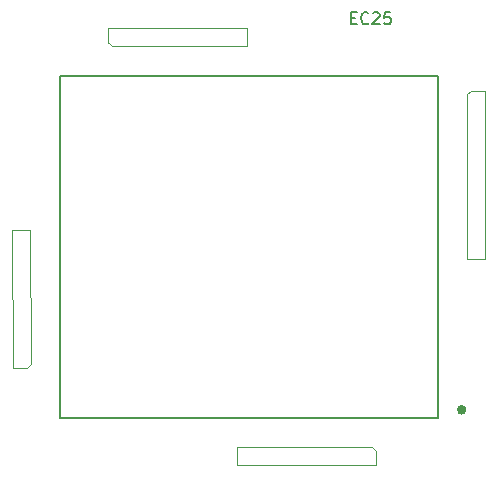
<source format=gbr>
G04 #@! TF.GenerationSoftware,KiCad,Pcbnew,8.0.0-rc1*
G04 #@! TF.CreationDate,2024-10-05T12:40:09+03:00*
G04 #@! TF.ProjectId,EC25_module,45433235-5f6d-46f6-9475-6c652e6b6963,rev?*
G04 #@! TF.SameCoordinates,Original*
G04 #@! TF.FileFunction,AssemblyDrawing,Top*
%FSLAX46Y46*%
G04 Gerber Fmt 4.6, Leading zero omitted, Abs format (unit mm)*
G04 Created by KiCad (PCBNEW 8.0.0-rc1) date 2024-10-05 12:40:09*
%MOMM*%
%LPD*%
G01*
G04 APERTURE LIST*
%ADD10C,0.150000*%
%ADD11C,0.100000*%
%ADD12C,0.127000*%
%ADD13C,0.400000*%
G04 APERTURE END LIST*
D10*
X135038333Y-76646009D02*
X135371666Y-76646009D01*
X135514523Y-77169819D02*
X135038333Y-77169819D01*
X135038333Y-77169819D02*
X135038333Y-76169819D01*
X135038333Y-76169819D02*
X135514523Y-76169819D01*
X136514523Y-77074580D02*
X136466904Y-77122200D01*
X136466904Y-77122200D02*
X136324047Y-77169819D01*
X136324047Y-77169819D02*
X136228809Y-77169819D01*
X136228809Y-77169819D02*
X136085952Y-77122200D01*
X136085952Y-77122200D02*
X135990714Y-77026961D01*
X135990714Y-77026961D02*
X135943095Y-76931723D01*
X135943095Y-76931723D02*
X135895476Y-76741247D01*
X135895476Y-76741247D02*
X135895476Y-76598390D01*
X135895476Y-76598390D02*
X135943095Y-76407914D01*
X135943095Y-76407914D02*
X135990714Y-76312676D01*
X135990714Y-76312676D02*
X136085952Y-76217438D01*
X136085952Y-76217438D02*
X136228809Y-76169819D01*
X136228809Y-76169819D02*
X136324047Y-76169819D01*
X136324047Y-76169819D02*
X136466904Y-76217438D01*
X136466904Y-76217438D02*
X136514523Y-76265057D01*
X136895476Y-76265057D02*
X136943095Y-76217438D01*
X136943095Y-76217438D02*
X137038333Y-76169819D01*
X137038333Y-76169819D02*
X137276428Y-76169819D01*
X137276428Y-76169819D02*
X137371666Y-76217438D01*
X137371666Y-76217438D02*
X137419285Y-76265057D01*
X137419285Y-76265057D02*
X137466904Y-76360295D01*
X137466904Y-76360295D02*
X137466904Y-76455533D01*
X137466904Y-76455533D02*
X137419285Y-76598390D01*
X137419285Y-76598390D02*
X136847857Y-77169819D01*
X136847857Y-77169819D02*
X137466904Y-77169819D01*
X138371666Y-76169819D02*
X137895476Y-76169819D01*
X137895476Y-76169819D02*
X137847857Y-76646009D01*
X137847857Y-76646009D02*
X137895476Y-76598390D01*
X137895476Y-76598390D02*
X137990714Y-76550771D01*
X137990714Y-76550771D02*
X138228809Y-76550771D01*
X138228809Y-76550771D02*
X138324047Y-76598390D01*
X138324047Y-76598390D02*
X138371666Y-76646009D01*
X138371666Y-76646009D02*
X138419285Y-76741247D01*
X138419285Y-76741247D02*
X138419285Y-76979342D01*
X138419285Y-76979342D02*
X138371666Y-77074580D01*
X138371666Y-77074580D02*
X138324047Y-77122200D01*
X138324047Y-77122200D02*
X138228809Y-77169819D01*
X138228809Y-77169819D02*
X137990714Y-77169819D01*
X137990714Y-77169819D02*
X137895476Y-77122200D01*
X137895476Y-77122200D02*
X137847857Y-77074580D01*
D11*
X114495000Y-77525254D02*
X126220000Y-77500000D01*
X114495000Y-78725254D02*
X114495000Y-77525254D01*
X114812500Y-79035254D02*
X114495000Y-78717754D01*
X114812500Y-79035254D02*
X126220000Y-79015000D01*
X126220000Y-77500000D02*
X126220000Y-79015000D01*
X125430000Y-114500000D02*
X125430000Y-112985000D01*
X136837500Y-112964746D02*
X125430000Y-112985000D01*
X136837500Y-112964746D02*
X137155000Y-113282246D01*
X137155000Y-113274746D02*
X137155000Y-114474746D01*
X137155000Y-114474746D02*
X125430000Y-114500000D01*
X144854746Y-83122500D02*
X144857500Y-97020000D01*
X144854746Y-83122500D02*
X145172246Y-82805000D01*
X145164746Y-82805000D02*
X146364746Y-82805000D01*
X146382500Y-97020000D02*
X144857500Y-97020000D01*
X146390000Y-82805000D02*
X146382500Y-97020000D01*
D12*
X110420000Y-81530000D02*
X110420000Y-110530000D01*
X110420000Y-110530000D02*
X142420000Y-110530000D01*
X142420000Y-81530000D02*
X110420000Y-81530000D01*
X142420000Y-110530000D02*
X142420000Y-81530000D01*
D13*
X144620000Y-109830000D02*
G75*
G02*
X144220000Y-109830000I-200000J0D01*
G01*
X144220000Y-109830000D02*
G75*
G02*
X144620000Y-109830000I200000J0D01*
G01*
D11*
X106380000Y-94560000D02*
X107895000Y-94560000D01*
X106405254Y-106285000D02*
X106380000Y-94560000D01*
X107605254Y-106285000D02*
X106405254Y-106285000D01*
X107915254Y-105967500D02*
X107597754Y-106285000D01*
X107915254Y-105967500D02*
X107895000Y-94560000D01*
M02*

</source>
